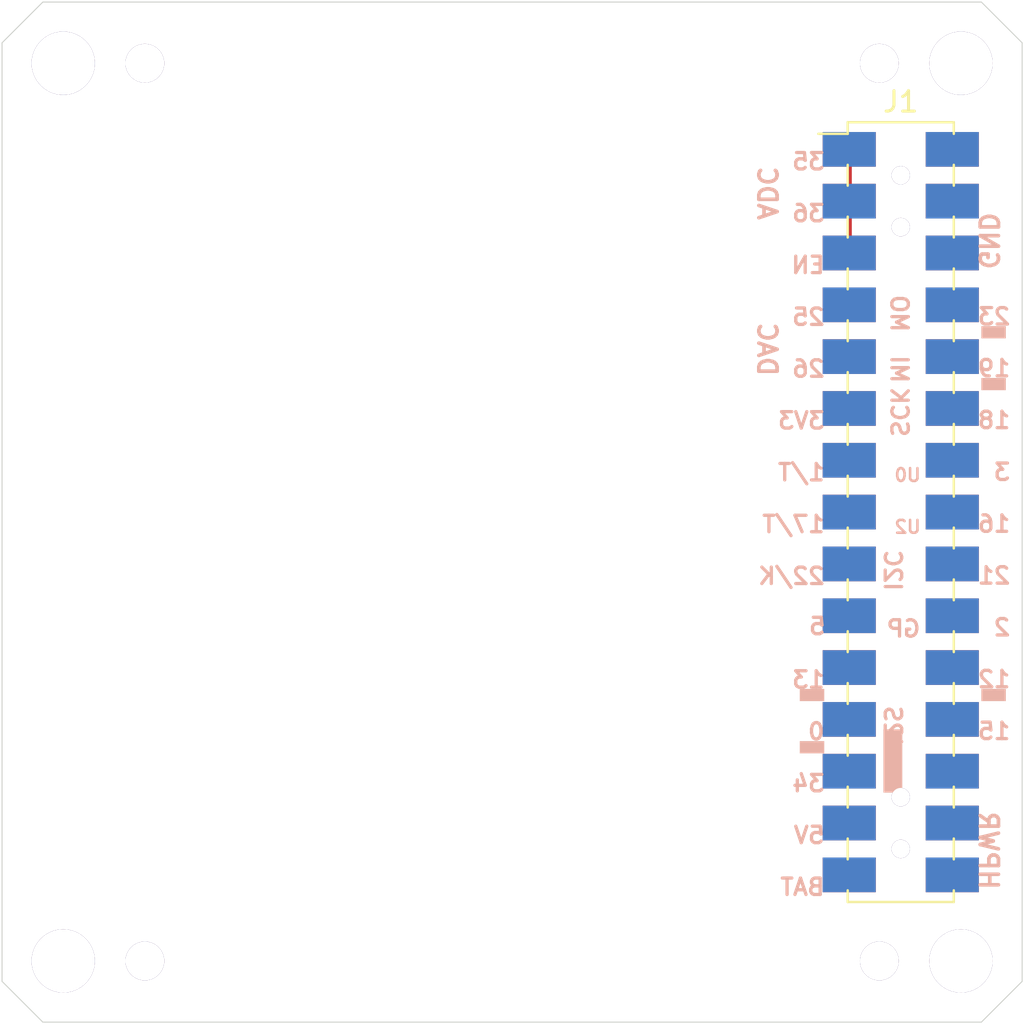
<source format=kicad_pcb>
(kicad_pcb (version 20171130) (host pcbnew "(5.1.9)-1")

  (general
    (thickness 1.6)
    (drawings 70)
    (tracks 2)
    (zones 0)
    (modules 13)
    (nets 29)
  )

  (page USLetter portrait)
  (layers
    (0 F.Cu signal)
    (31 B.Cu signal)
    (32 B.Adhes user hide)
    (33 F.Adhes user)
    (34 B.Paste user hide)
    (35 F.Paste user hide)
    (36 B.SilkS user hide)
    (37 F.SilkS user)
    (38 B.Mask user hide)
    (39 F.Mask user hide)
    (40 Dwgs.User user hide)
    (41 Cmts.User user hide)
    (42 Eco1.User user hide)
    (43 Eco2.User user hide)
    (44 Edge.Cuts user)
    (45 Margin user)
    (46 B.CrtYd user hide)
    (47 F.CrtYd user hide)
    (48 B.Fab user hide)
    (49 F.Fab user hide)
  )

  (setup
    (last_trace_width 0.25)
    (trace_clearance 0.127)
    (zone_clearance 0.0144)
    (zone_45_only no)
    (trace_min 0.254)
    (via_size 0.889)
    (via_drill 0.635)
    (via_min_size 0.889)
    (via_min_drill 0.508)
    (uvia_size 0.508)
    (uvia_drill 0.127)
    (uvias_allowed no)
    (uvia_min_size 0.508)
    (uvia_min_drill 0.127)
    (edge_width 0.1)
    (segment_width 0.2)
    (pcb_text_width 0.3)
    (pcb_text_size 1.5 1.5)
    (mod_edge_width 0.15)
    (mod_text_size 1 1)
    (mod_text_width 0.15)
    (pad_size 1.5 1.5)
    (pad_drill 0.6)
    (pad_to_mask_clearance 0.1)
    (aux_axis_origin 0 0)
    (visible_elements 7FFFFF7F)
    (pcbplotparams
      (layerselection 0x00030_ffffffff)
      (usegerberextensions false)
      (usegerberattributes true)
      (usegerberadvancedattributes true)
      (creategerberjobfile true)
      (excludeedgelayer true)
      (linewidth 0.100000)
      (plotframeref false)
      (viasonmask false)
      (mode 1)
      (useauxorigin false)
      (hpglpennumber 1)
      (hpglpenspeed 20)
      (hpglpendiameter 15.000000)
      (psnegative false)
      (psa4output false)
      (plotreference true)
      (plotvalue true)
      (plotinvisibletext false)
      (padsonsilk false)
      (subtractmaskfromsilk false)
      (outputformat 1)
      (mirror false)
      (drillshape 0)
      (scaleselection 1)
      (outputdirectory "GerberOutput/"))
  )

  (net 0 "")
  (net 1 GND)
  (net 2 "Net-(J1-Pad2)")
  (net 3 "Net-(J1-Pad4)")
  (net 4 "Net-(J1-Pad8)")
  (net 5 "Net-(J1-Pad7)")
  (net 6 "Net-(J1-Pad6)")
  (net 7 "Net-(J1-Pad14)")
  (net 8 "Net-(J1-Pad13)")
  (net 9 "Net-(J1-Pad16)")
  (net 10 "Net-(J1-Pad15)")
  (net 11 +3V3)
  (net 12 "Net-(J1-Pad11)")
  (net 13 "Net-(J1-Pad10)")
  (net 14 "Net-(J1-Pad9)")
  (net 15 "Net-(J1-Pad26)")
  (net 16 "Net-(J1-Pad25)")
  (net 17 "Net-(J1-Pad27)")
  (net 18 "Net-(J1-Pad22)")
  (net 19 "Net-(J1-Pad30)")
  (net 20 "Net-(J1-Pad21)")
  (net 21 "Net-(J1-Pad24)")
  (net 22 +5V)
  (net 23 "Net-(J1-Pad29)")
  (net 24 "Net-(J1-Pad23)")
  (net 25 "Net-(J1-Pad20)")
  (net 26 "Net-(J1-Pad19)")
  (net 27 "Net-(J1-Pad18)")
  (net 28 "Net-(J1-Pad17)")

  (net_class Default "This is the default net class."
    (clearance 0.127)
    (trace_width 0.25)
    (via_dia 0.889)
    (via_drill 0.635)
    (uvia_dia 0.508)
    (uvia_drill 0.127)
    (add_net +3V3)
    (add_net +5V)
    (add_net GND)
    (add_net "Net-(J1-Pad10)")
    (add_net "Net-(J1-Pad11)")
    (add_net "Net-(J1-Pad13)")
    (add_net "Net-(J1-Pad14)")
    (add_net "Net-(J1-Pad15)")
    (add_net "Net-(J1-Pad16)")
    (add_net "Net-(J1-Pad17)")
    (add_net "Net-(J1-Pad18)")
    (add_net "Net-(J1-Pad19)")
    (add_net "Net-(J1-Pad2)")
    (add_net "Net-(J1-Pad20)")
    (add_net "Net-(J1-Pad21)")
    (add_net "Net-(J1-Pad22)")
    (add_net "Net-(J1-Pad23)")
    (add_net "Net-(J1-Pad24)")
    (add_net "Net-(J1-Pad25)")
    (add_net "Net-(J1-Pad26)")
    (add_net "Net-(J1-Pad27)")
    (add_net "Net-(J1-Pad29)")
    (add_net "Net-(J1-Pad30)")
    (add_net "Net-(J1-Pad4)")
    (add_net "Net-(J1-Pad6)")
    (add_net "Net-(J1-Pad7)")
    (add_net "Net-(J1-Pad8)")
    (add_net "Net-(J1-Pad9)")
  )

  (module FreePad26 (layer F.Cu) (tedit 0) (tstamp 0)
    (at 61.052 58.512)
    (fp_text reference "" (at 0 0) (layer F.SilkS)
      (effects (font (size 1.27 1.27) (thickness 0.15)))
    )
    (fp_text value "" (at 0 0) (layer F.SilkS)
      (effects (font (size 1.27 1.27) (thickness 0.15)))
    )
    (pad 0 thru_hole circle (at 0 0 180) (size 0.9 0.9) (drill 0.9) (layers *.Cu *.Mask)
      (solder_mask_margin 0.102) (zone_connect 1))
  )

  (module FreePad27 (layer F.Cu) (tedit 0) (tstamp 0)
    (at 61.052 55.972)
    (fp_text reference "" (at 0 0) (layer F.SilkS)
      (effects (font (size 1.27 1.27) (thickness 0.15)))
    )
    (fp_text value "" (at 0 0) (layer F.SilkS)
      (effects (font (size 1.27 1.27) (thickness 0.15)))
    )
    (pad 0 thru_hole circle (at 0 0 180) (size 0.9 0.9) (drill 0.9) (layers *.Cu *.Mask)
      (solder_mask_margin 0.102) (zone_connect 1))
  )

  (module FreePad28 (layer F.Cu) (tedit 0) (tstamp 0)
    (at 20.002 20.002)
    (fp_text reference "" (at 0 0) (layer F.SilkS)
      (effects (font (size 1.27 1.27) (thickness 0.15)))
    )
    (fp_text value "" (at 0 0) (layer F.SilkS)
      (effects (font (size 1.27 1.27) (thickness 0.15)))
    )
    (pad 0 thru_hole circle (at 0 0 180) (size 3.1 3.1) (drill 3.1) (layers *.Cu *.Mask)
      (solder_mask_margin 0.102) (zone_connect 1))
  )

  (module FreePad29 (layer F.Cu) (tedit 0) (tstamp 0)
    (at 24.002 20.002)
    (fp_text reference "" (at 0 0) (layer F.SilkS)
      (effects (font (size 1.27 1.27) (thickness 0.15)))
    )
    (fp_text value "" (at 0 0) (layer F.SilkS)
      (effects (font (size 1.27 1.27) (thickness 0.15)))
    )
    (pad 0 thru_hole circle (at 0 0 180) (size 1.9 1.9) (drill 1.9) (layers *.Cu *.Mask)
      (solder_mask_margin 0.102) (zone_connect 1))
  )

  (module FreePad30 (layer F.Cu) (tedit 0) (tstamp 601A8E92)
    (at 64.002 20.002)
    (fp_text reference "" (at 0 0) (layer F.SilkS)
      (effects (font (size 1.27 1.27) (thickness 0.15)))
    )
    (fp_text value "" (at 0 0) (layer F.SilkS)
      (effects (font (size 1.27 1.27) (thickness 0.15)))
    )
    (pad 0 thru_hole circle (at 0 0) (size 3.1 3.1) (drill 3.1) (layers *.Cu *.Mask)
      (solder_mask_margin 0.102) (zone_connect 1))
  )

  (module FreePad31 (layer F.Cu) (tedit 0) (tstamp 0)
    (at 60.002 20.002)
    (fp_text reference "" (at 0 0) (layer F.SilkS)
      (effects (font (size 1.27 1.27) (thickness 0.15)))
    )
    (fp_text value "" (at 0 0) (layer F.SilkS)
      (effects (font (size 1.27 1.27) (thickness 0.15)))
    )
    (pad 0 thru_hole circle (at 0 0) (size 1.9 1.9) (drill 1.9) (layers *.Cu *.Mask)
      (solder_mask_margin 0.102) (zone_connect 1))
  )

  (module FreePad32 (layer F.Cu) (tedit 0) (tstamp 0)
    (at 64.002 64.002)
    (fp_text reference "" (at 0 0) (layer F.SilkS)
      (effects (font (size 1.27 1.27) (thickness 0.15)))
    )
    (fp_text value "" (at 0 0) (layer F.SilkS)
      (effects (font (size 1.27 1.27) (thickness 0.15)))
    )
    (pad 0 thru_hole circle (at 0 0) (size 3.1 3.1) (drill 3.1) (layers *.Cu *.Mask)
      (solder_mask_margin 0.102) (zone_connect 1))
  )

  (module FreePad33 (layer F.Cu) (tedit 0) (tstamp 0)
    (at 60.002 64.002)
    (fp_text reference "" (at 0 0) (layer F.SilkS)
      (effects (font (size 1.27 1.27) (thickness 0.15)))
    )
    (fp_text value "" (at 0 0) (layer F.SilkS)
      (effects (font (size 1.27 1.27) (thickness 0.15)))
    )
    (pad 0 thru_hole circle (at 0 0) (size 1.9 1.9) (drill 1.9) (layers *.Cu *.Mask)
      (solder_mask_margin 0.102) (zone_connect 1))
  )

  (module FreePad34 (layer F.Cu) (tedit 0) (tstamp 0)
    (at 24.002 64.002)
    (fp_text reference "" (at 0 0) (layer F.SilkS)
      (effects (font (size 1.27 1.27) (thickness 0.15)))
    )
    (fp_text value "" (at 0 0) (layer F.SilkS)
      (effects (font (size 1.27 1.27) (thickness 0.15)))
    )
    (pad 0 thru_hole circle (at 0 0 180) (size 1.9 1.9) (drill 1.9) (layers *.Cu *.Mask)
      (solder_mask_margin 0.102) (zone_connect 1))
  )

  (module FreePad35 (layer F.Cu) (tedit 0) (tstamp 0)
    (at 20.002 64.002)
    (fp_text reference "" (at 0 0) (layer F.SilkS)
      (effects (font (size 1.27 1.27) (thickness 0.15)))
    )
    (fp_text value "" (at 0 0) (layer F.SilkS)
      (effects (font (size 1.27 1.27) (thickness 0.15)))
    )
    (pad 0 thru_hole circle (at 0 0 180) (size 3.1 3.1) (drill 3.1) (layers *.Cu *.Mask)
      (solder_mask_margin 0.102) (zone_connect 1))
  )

  (module FreePad37 (layer F.Cu) (tedit 0) (tstamp 0)
    (at 61.052 28.032)
    (fp_text reference "" (at 0 0) (layer F.SilkS)
      (effects (font (size 1.27 1.27) (thickness 0.15)))
    )
    (fp_text value "" (at 0 0) (layer F.SilkS)
      (effects (font (size 1.27 1.27) (thickness 0.15)))
    )
    (pad 0 thru_hole circle (at 0 0 180) (size 0.9 0.9) (drill 0.9) (layers *.Cu *.Mask)
      (solder_mask_margin 0.102) (zone_connect 1))
  )

  (module FreePad38 (layer F.Cu) (tedit 0) (tstamp 0)
    (at 61.052 25.492)
    (fp_text reference "" (at 0 0) (layer F.SilkS)
      (effects (font (size 1.27 1.27) (thickness 0.15)))
    )
    (fp_text value "" (at 0 0) (layer F.SilkS)
      (effects (font (size 1.27 1.27) (thickness 0.15)))
    )
    (pad 0 thru_hole circle (at 0 0 180) (size 0.9 0.9) (drill 0.9) (layers *.Cu *.Mask)
      (solder_mask_margin 0.102) (zone_connect 1))
  )

  (module M5Stack-Module-Template:M5Stack_PinHeader_2x15_P2.54mm (layer F.Cu) (tedit 60199C94) (tstamp 601A91C6)
    (at 61.052 42.002)
    (descr "surface-mounted straight pin header, 2x15, 2.54mm pitch, double rows")
    (tags "Surface mounted pin header SMD 2x15 2.54mm double row")
    (path /60196CD0)
    (attr smd)
    (fp_text reference J1 (at 0 -20.11) (layer F.SilkS)
      (effects (font (size 1 1) (thickness 0.15)))
    )
    (fp_text value Conn_02x15_Odd_Even (at 0 20.11) (layer F.Fab)
      (effects (font (size 1 1) (thickness 0.15)))
    )
    (fp_line (start 5.9 -19.6) (end -5.9 -19.6) (layer F.CrtYd) (width 0.05))
    (fp_line (start 5.9 19.6) (end 5.9 -19.6) (layer F.CrtYd) (width 0.05))
    (fp_line (start -5.9 19.6) (end 5.9 19.6) (layer F.CrtYd) (width 0.05))
    (fp_line (start -5.9 -19.6) (end -5.9 19.6) (layer F.CrtYd) (width 0.05))
    (fp_line (start 2.6 16) (end 2.6 17.02) (layer F.SilkS) (width 0.12))
    (fp_line (start -2.6 16) (end -2.6 17.02) (layer F.SilkS) (width 0.12))
    (fp_line (start 2.6 13.46) (end 2.6 14.48) (layer F.SilkS) (width 0.12))
    (fp_line (start -2.6 13.46) (end -2.6 14.48) (layer F.SilkS) (width 0.12))
    (fp_line (start 2.6 10.92) (end 2.6 11.94) (layer F.SilkS) (width 0.12))
    (fp_line (start -2.6 10.92) (end -2.6 11.94) (layer F.SilkS) (width 0.12))
    (fp_line (start 2.6 8.38) (end 2.6 9.4) (layer F.SilkS) (width 0.12))
    (fp_line (start -2.6 8.38) (end -2.6 9.4) (layer F.SilkS) (width 0.12))
    (fp_line (start 2.6 5.84) (end 2.6 6.86) (layer F.SilkS) (width 0.12))
    (fp_line (start -2.6 5.84) (end -2.6 6.86) (layer F.SilkS) (width 0.12))
    (fp_line (start 2.6 3.3) (end 2.6 4.32) (layer F.SilkS) (width 0.12))
    (fp_line (start -2.6 3.3) (end -2.6 4.32) (layer F.SilkS) (width 0.12))
    (fp_line (start 2.6 0.76) (end 2.6 1.78) (layer F.SilkS) (width 0.12))
    (fp_line (start -2.6 0.76) (end -2.6 1.78) (layer F.SilkS) (width 0.12))
    (fp_line (start 2.6 -1.78) (end 2.6 -0.76) (layer F.SilkS) (width 0.12))
    (fp_line (start -2.6 -1.78) (end -2.6 -0.76) (layer F.SilkS) (width 0.12))
    (fp_line (start 2.6 -4.32) (end 2.6 -3.3) (layer F.SilkS) (width 0.12))
    (fp_line (start -2.6 -4.32) (end -2.6 -3.3) (layer F.SilkS) (width 0.12))
    (fp_line (start 2.6 -6.86) (end 2.6 -5.84) (layer F.SilkS) (width 0.12))
    (fp_line (start -2.6 -6.86) (end -2.6 -5.84) (layer F.SilkS) (width 0.12))
    (fp_line (start 2.6 -9.4) (end 2.6 -8.38) (layer F.SilkS) (width 0.12))
    (fp_line (start -2.6 -9.4) (end -2.6 -8.38) (layer F.SilkS) (width 0.12))
    (fp_line (start 2.6 -11.94) (end 2.6 -10.92) (layer F.SilkS) (width 0.12))
    (fp_line (start -2.6 -11.94) (end -2.6 -10.92) (layer F.SilkS) (width 0.12))
    (fp_line (start 2.6 -14.48) (end 2.6 -13.46) (layer F.SilkS) (width 0.12))
    (fp_line (start -2.6 -14.48) (end -2.6 -13.46) (layer F.SilkS) (width 0.12))
    (fp_line (start 2.6 -17.02) (end 2.6 -16) (layer F.SilkS) (width 0.12))
    (fp_line (start -2.6 -17.02) (end -2.6 -16) (layer F.SilkS) (width 0.12))
    (fp_line (start 2.6 18.54) (end 2.6 19.11) (layer F.SilkS) (width 0.12))
    (fp_line (start -2.6 18.54) (end -2.6 19.11) (layer F.SilkS) (width 0.12))
    (fp_line (start 2.6 -19.11) (end 2.6 -18.54) (layer F.SilkS) (width 0.12))
    (fp_line (start -2.6 -19.11) (end -2.6 -18.54) (layer F.SilkS) (width 0.12))
    (fp_line (start -4.04 -18.54) (end -2.6 -18.54) (layer F.SilkS) (width 0.12))
    (fp_line (start -2.6 19.11) (end 2.6 19.11) (layer F.SilkS) (width 0.12))
    (fp_line (start -2.6 -19.11) (end 2.6 -19.11) (layer F.SilkS) (width 0.12))
    (fp_line (start 3.6 18.1) (end 2.54 18.1) (layer F.Fab) (width 0.1))
    (fp_line (start 3.6 17.46) (end 3.6 18.1) (layer F.Fab) (width 0.1))
    (fp_line (start 2.54 17.46) (end 3.6 17.46) (layer F.Fab) (width 0.1))
    (fp_line (start -3.6 18.1) (end -2.54 18.1) (layer F.Fab) (width 0.1))
    (fp_line (start -3.6 17.46) (end -3.6 18.1) (layer F.Fab) (width 0.1))
    (fp_line (start -2.54 17.46) (end -3.6 17.46) (layer F.Fab) (width 0.1))
    (fp_line (start 3.6 15.56) (end 2.54 15.56) (layer F.Fab) (width 0.1))
    (fp_line (start 3.6 14.92) (end 3.6 15.56) (layer F.Fab) (width 0.1))
    (fp_line (start 2.54 14.92) (end 3.6 14.92) (layer F.Fab) (width 0.1))
    (fp_line (start -3.6 15.56) (end -2.54 15.56) (layer F.Fab) (width 0.1))
    (fp_line (start -3.6 14.92) (end -3.6 15.56) (layer F.Fab) (width 0.1))
    (fp_line (start -2.54 14.92) (end -3.6 14.92) (layer F.Fab) (width 0.1))
    (fp_line (start 3.6 13.02) (end 2.54 13.02) (layer F.Fab) (width 0.1))
    (fp_line (start 3.6 12.38) (end 3.6 13.02) (layer F.Fab) (width 0.1))
    (fp_line (start 2.54 12.38) (end 3.6 12.38) (layer F.Fab) (width 0.1))
    (fp_line (start -3.6 13.02) (end -2.54 13.02) (layer F.Fab) (width 0.1))
    (fp_line (start -3.6 12.38) (end -3.6 13.02) (layer F.Fab) (width 0.1))
    (fp_line (start -2.54 12.38) (end -3.6 12.38) (layer F.Fab) (width 0.1))
    (fp_line (start 3.6 10.48) (end 2.54 10.48) (layer F.Fab) (width 0.1))
    (fp_line (start 3.6 9.84) (end 3.6 10.48) (layer F.Fab) (width 0.1))
    (fp_line (start 2.54 9.84) (end 3.6 9.84) (layer F.Fab) (width 0.1))
    (fp_line (start -3.6 10.48) (end -2.54 10.48) (layer F.Fab) (width 0.1))
    (fp_line (start -3.6 9.84) (end -3.6 10.48) (layer F.Fab) (width 0.1))
    (fp_line (start -2.54 9.84) (end -3.6 9.84) (layer F.Fab) (width 0.1))
    (fp_line (start 3.6 7.94) (end 2.54 7.94) (layer F.Fab) (width 0.1))
    (fp_line (start 3.6 7.3) (end 3.6 7.94) (layer F.Fab) (width 0.1))
    (fp_line (start 2.54 7.3) (end 3.6 7.3) (layer F.Fab) (width 0.1))
    (fp_line (start -3.6 7.94) (end -2.54 7.94) (layer F.Fab) (width 0.1))
    (fp_line (start -3.6 7.3) (end -3.6 7.94) (layer F.Fab) (width 0.1))
    (fp_line (start -2.54 7.3) (end -3.6 7.3) (layer F.Fab) (width 0.1))
    (fp_line (start 3.6 5.4) (end 2.54 5.4) (layer F.Fab) (width 0.1))
    (fp_line (start 3.6 4.76) (end 3.6 5.4) (layer F.Fab) (width 0.1))
    (fp_line (start 2.54 4.76) (end 3.6 4.76) (layer F.Fab) (width 0.1))
    (fp_line (start -3.6 5.4) (end -2.54 5.4) (layer F.Fab) (width 0.1))
    (fp_line (start -3.6 4.76) (end -3.6 5.4) (layer F.Fab) (width 0.1))
    (fp_line (start -2.54 4.76) (end -3.6 4.76) (layer F.Fab) (width 0.1))
    (fp_line (start 3.6 2.86) (end 2.54 2.86) (layer F.Fab) (width 0.1))
    (fp_line (start 3.6 2.22) (end 3.6 2.86) (layer F.Fab) (width 0.1))
    (fp_line (start 2.54 2.22) (end 3.6 2.22) (layer F.Fab) (width 0.1))
    (fp_line (start -3.6 2.86) (end -2.54 2.86) (layer F.Fab) (width 0.1))
    (fp_line (start -3.6 2.22) (end -3.6 2.86) (layer F.Fab) (width 0.1))
    (fp_line (start -2.54 2.22) (end -3.6 2.22) (layer F.Fab) (width 0.1))
    (fp_line (start 3.6 0.32) (end 2.54 0.32) (layer F.Fab) (width 0.1))
    (fp_line (start 3.6 -0.32) (end 3.6 0.32) (layer F.Fab) (width 0.1))
    (fp_line (start 2.54 -0.32) (end 3.6 -0.32) (layer F.Fab) (width 0.1))
    (fp_line (start -3.6 0.32) (end -2.54 0.32) (layer F.Fab) (width 0.1))
    (fp_line (start -3.6 -0.32) (end -3.6 0.32) (layer F.Fab) (width 0.1))
    (fp_line (start -2.54 -0.32) (end -3.6 -0.32) (layer F.Fab) (width 0.1))
    (fp_line (start 3.6 -2.22) (end 2.54 -2.22) (layer F.Fab) (width 0.1))
    (fp_line (start 3.6 -2.86) (end 3.6 -2.22) (layer F.Fab) (width 0.1))
    (fp_line (start 2.54 -2.86) (end 3.6 -2.86) (layer F.Fab) (width 0.1))
    (fp_line (start -3.6 -2.22) (end -2.54 -2.22) (layer F.Fab) (width 0.1))
    (fp_line (start -3.6 -2.86) (end -3.6 -2.22) (layer F.Fab) (width 0.1))
    (fp_line (start -2.54 -2.86) (end -3.6 -2.86) (layer F.Fab) (width 0.1))
    (fp_line (start 3.6 -4.76) (end 2.54 -4.76) (layer F.Fab) (width 0.1))
    (fp_line (start 3.6 -5.4) (end 3.6 -4.76) (layer F.Fab) (width 0.1))
    (fp_line (start 2.54 -5.4) (end 3.6 -5.4) (layer F.Fab) (width 0.1))
    (fp_line (start -3.6 -4.76) (end -2.54 -4.76) (layer F.Fab) (width 0.1))
    (fp_line (start -3.6 -5.4) (end -3.6 -4.76) (layer F.Fab) (width 0.1))
    (fp_line (start -2.54 -5.4) (end -3.6 -5.4) (layer F.Fab) (width 0.1))
    (fp_line (start 3.6 -7.3) (end 2.54 -7.3) (layer F.Fab) (width 0.1))
    (fp_line (start 3.6 -7.94) (end 3.6 -7.3) (layer F.Fab) (width 0.1))
    (fp_line (start 2.54 -7.94) (end 3.6 -7.94) (layer F.Fab) (width 0.1))
    (fp_line (start -3.6 -7.3) (end -2.54 -7.3) (layer F.Fab) (width 0.1))
    (fp_line (start -3.6 -7.94) (end -3.6 -7.3) (layer F.Fab) (width 0.1))
    (fp_line (start -2.54 -7.94) (end -3.6 -7.94) (layer F.Fab) (width 0.1))
    (fp_line (start 3.6 -9.84) (end 2.54 -9.84) (layer F.Fab) (width 0.1))
    (fp_line (start 3.6 -10.48) (end 3.6 -9.84) (layer F.Fab) (width 0.1))
    (fp_line (start 2.54 -10.48) (end 3.6 -10.48) (layer F.Fab) (width 0.1))
    (fp_line (start -3.6 -9.84) (end -2.54 -9.84) (layer F.Fab) (width 0.1))
    (fp_line (start -3.6 -10.48) (end -3.6 -9.84) (layer F.Fab) (width 0.1))
    (fp_line (start -2.54 -10.48) (end -3.6 -10.48) (layer F.Fab) (width 0.1))
    (fp_line (start 3.6 -12.38) (end 2.54 -12.38) (layer F.Fab) (width 0.1))
    (fp_line (start 3.6 -13.02) (end 3.6 -12.38) (layer F.Fab) (width 0.1))
    (fp_line (start 2.54 -13.02) (end 3.6 -13.02) (layer F.Fab) (width 0.1))
    (fp_line (start -3.6 -12.38) (end -2.54 -12.38) (layer F.Fab) (width 0.1))
    (fp_line (start -3.6 -13.02) (end -3.6 -12.38) (layer F.Fab) (width 0.1))
    (fp_line (start -2.54 -13.02) (end -3.6 -13.02) (layer F.Fab) (width 0.1))
    (fp_line (start 3.6 -14.92) (end 2.54 -14.92) (layer F.Fab) (width 0.1))
    (fp_line (start 3.6 -15.56) (end 3.6 -14.92) (layer F.Fab) (width 0.1))
    (fp_line (start 2.54 -15.56) (end 3.6 -15.56) (layer F.Fab) (width 0.1))
    (fp_line (start -3.6 -14.92) (end -2.54 -14.92) (layer F.Fab) (width 0.1))
    (fp_line (start -3.6 -15.56) (end -3.6 -14.92) (layer F.Fab) (width 0.1))
    (fp_line (start -2.54 -15.56) (end -3.6 -15.56) (layer F.Fab) (width 0.1))
    (fp_line (start 3.6 -17.46) (end 2.54 -17.46) (layer F.Fab) (width 0.1))
    (fp_line (start 3.6 -18.1) (end 3.6 -17.46) (layer F.Fab) (width 0.1))
    (fp_line (start 2.54 -18.1) (end 3.6 -18.1) (layer F.Fab) (width 0.1))
    (fp_line (start -3.6 -17.46) (end -2.54 -17.46) (layer F.Fab) (width 0.1))
    (fp_line (start -3.6 -18.1) (end -3.6 -17.46) (layer F.Fab) (width 0.1))
    (fp_line (start -2.54 -18.1) (end -3.6 -18.1) (layer F.Fab) (width 0.1))
    (fp_line (start 2.54 -19.05) (end 2.54 19.05) (layer F.Fab) (width 0.1))
    (fp_line (start -2.54 -18.1) (end -1.59 -19.05) (layer F.Fab) (width 0.1))
    (fp_line (start -2.54 19.05) (end -2.54 -18.1) (layer F.Fab) (width 0.1))
    (fp_line (start -1.59 -19.05) (end 2.54 -19.05) (layer F.Fab) (width 0.1))
    (fp_line (start 2.54 19.05) (end -2.54 19.05) (layer F.Fab) (width 0.1))
    (pad 1 smd rect (at -2.525 -17.78) (size 2.6 1.7) (layers F.Cu F.Paste F.Mask)
      (net 1 GND))
    (pad 1 smd rect (at -2.525 -17.78) (size 2.6 1.7) (layers B.Cu B.Paste B.Mask)
      (net 1 GND))
    (pad 2 smd rect (at 2.525 -17.78) (size 2.6 1.7) (layers B.Cu B.Paste B.Mask)
      (net 2 "Net-(J1-Pad2)"))
    (pad 2 smd rect (at 2.525 -17.78) (size 2.6 1.7) (layers F.Cu F.Paste F.Mask)
      (net 2 "Net-(J1-Pad2)"))
    (pad 3 smd rect (at -2.525 -15.24) (size 2.6 1.7) (layers F.Cu F.Paste F.Mask)
      (net 1 GND))
    (pad 3 smd rect (at -2.525 -15.24) (size 2.6 1.7) (layers B.Cu B.Paste B.Mask)
      (net 1 GND))
    (pad 4 smd rect (at 2.525 -15.24) (size 2.6 1.7) (layers B.Cu B.Paste B.Mask)
      (net 3 "Net-(J1-Pad4)"))
    (pad 4 smd rect (at 2.525 -15.24) (size 2.6 1.7) (layers F.Cu F.Paste F.Mask)
      (net 3 "Net-(J1-Pad4)"))
    (pad 8 smd rect (at 2.525 -10.16) (size 2.6 1.7) (layers B.Cu B.Paste B.Mask)
      (net 4 "Net-(J1-Pad8)"))
    (pad 8 smd rect (at 2.525 -10.16) (size 2.6 1.7) (layers F.Cu F.Paste F.Mask)
      (net 4 "Net-(J1-Pad8)"))
    (pad 7 smd rect (at -2.525 -10.16) (size 2.6 1.7) (layers B.Cu B.Paste B.Mask)
      (net 5 "Net-(J1-Pad7)"))
    (pad 7 smd rect (at -2.525 -10.16) (size 2.6 1.7) (layers F.Cu F.Paste F.Mask)
      (net 5 "Net-(J1-Pad7)"))
    (pad 6 smd rect (at 2.525 -12.7) (size 2.6 1.7) (layers B.Cu B.Paste B.Mask)
      (net 6 "Net-(J1-Pad6)"))
    (pad 5 smd rect (at -2.525 -12.7) (size 2.6 1.7) (layers F.Cu F.Paste F.Mask)
      (net 1 GND))
    (pad 5 smd rect (at -2.525 -12.7) (size 2.6 1.7) (layers B.Cu B.Paste B.Mask)
      (net 1 GND))
    (pad 6 smd rect (at 2.525 -12.7) (size 2.6 1.7) (layers F.Cu F.Paste F.Mask)
      (net 6 "Net-(J1-Pad6)"))
    (pad 14 smd rect (at 2.525 -2.54) (size 2.6 1.7) (layers F.Cu F.Paste F.Mask)
      (net 7 "Net-(J1-Pad14)"))
    (pad 13 smd rect (at -2.525 -2.54) (size 2.6 1.7) (layers B.Cu B.Paste B.Mask)
      (net 8 "Net-(J1-Pad13)"))
    (pad 16 smd rect (at 2.525 0) (size 2.6 1.7) (layers B.Cu B.Paste B.Mask)
      (net 9 "Net-(J1-Pad16)"))
    (pad 15 smd rect (at -2.525 0) (size 2.6 1.7) (layers F.Cu F.Paste F.Mask)
      (net 10 "Net-(J1-Pad15)"))
    (pad 16 smd rect (at 2.525 0) (size 2.6 1.7) (layers F.Cu F.Paste F.Mask)
      (net 9 "Net-(J1-Pad16)"))
    (pad 15 smd rect (at -2.525 0) (size 2.6 1.7) (layers B.Cu B.Paste B.Mask)
      (net 10 "Net-(J1-Pad15)"))
    (pad 13 smd rect (at -2.525 -2.54) (size 2.6 1.7) (layers F.Cu F.Paste F.Mask)
      (net 8 "Net-(J1-Pad13)"))
    (pad 14 smd rect (at 2.525 -2.54) (size 2.6 1.7) (layers B.Cu B.Paste B.Mask)
      (net 7 "Net-(J1-Pad14)"))
    (pad 12 smd rect (at 2.525 -5.08) (size 2.6 1.7) (layers B.Cu B.Paste B.Mask)
      (net 11 +3V3))
    (pad 12 smd rect (at 2.525 -5.08) (size 2.6 1.7) (layers F.Cu F.Paste F.Mask)
      (net 11 +3V3))
    (pad 11 smd rect (at -2.525 -5.08) (size 2.6 1.7) (layers B.Cu B.Paste B.Mask)
      (net 12 "Net-(J1-Pad11)"))
    (pad 11 smd rect (at -2.525 -5.08) (size 2.6 1.7) (layers F.Cu F.Paste F.Mask)
      (net 12 "Net-(J1-Pad11)"))
    (pad 10 smd rect (at 2.525 -7.62) (size 2.6 1.7) (layers B.Cu B.Paste B.Mask)
      (net 13 "Net-(J1-Pad10)"))
    (pad 9 smd rect (at -2.525 -7.62) (size 2.6 1.7) (layers F.Cu F.Paste F.Mask)
      (net 14 "Net-(J1-Pad9)"))
    (pad 9 smd rect (at -2.525 -7.62) (size 2.6 1.7) (layers B.Cu B.Paste B.Mask)
      (net 14 "Net-(J1-Pad9)"))
    (pad 10 smd rect (at 2.525 -7.62) (size 2.6 1.7) (layers F.Cu F.Paste F.Mask)
      (net 13 "Net-(J1-Pad10)"))
    (pad 26 smd rect (at 2.525 12.7) (size 2.6 1.7) (layers B.Cu B.Paste B.Mask)
      (net 15 "Net-(J1-Pad26)"))
    (pad 25 smd rect (at -2.525 12.7) (size 2.6 1.7) (layers F.Cu F.Paste F.Mask)
      (net 16 "Net-(J1-Pad25)"))
    (pad 26 smd rect (at 2.525 12.7) (size 2.6 1.7) (layers F.Cu F.Paste F.Mask)
      (net 15 "Net-(J1-Pad26)"))
    (pad 27 smd rect (at -2.525 15.24) (size 2.6 1.7) (layers F.Cu F.Paste F.Mask)
      (net 17 "Net-(J1-Pad27)"))
    (pad 25 smd rect (at -2.525 12.7) (size 2.6 1.7) (layers B.Cu B.Paste B.Mask)
      (net 16 "Net-(J1-Pad25)"))
    (pad 22 smd rect (at 2.525 7.62) (size 2.6 1.7) (layers F.Cu F.Paste F.Mask)
      (net 18 "Net-(J1-Pad22)"))
    (pad 27 smd rect (at -2.525 15.24) (size 2.6 1.7) (layers B.Cu B.Paste B.Mask)
      (net 17 "Net-(J1-Pad27)"))
    (pad 30 smd rect (at 2.525 17.78) (size 2.6 1.7) (layers F.Cu F.Paste F.Mask)
      (net 19 "Net-(J1-Pad30)"))
    (pad 21 smd rect (at -2.525 7.62) (size 2.6 1.7) (layers B.Cu B.Paste B.Mask)
      (net 20 "Net-(J1-Pad21)"))
    (pad 24 smd rect (at 2.525 10.16) (size 2.6 1.7) (layers B.Cu B.Paste B.Mask)
      (net 21 "Net-(J1-Pad24)"))
    (pad 28 smd rect (at 2.525 15.24) (size 2.6 1.7) (layers F.Cu F.Paste F.Mask)
      (net 22 +5V))
    (pad 28 smd rect (at 2.525 15.24) (size 2.6 1.7) (layers B.Cu B.Paste B.Mask)
      (net 22 +5V))
    (pad 29 smd rect (at -2.525 17.78) (size 2.6 1.7) (layers F.Cu F.Paste F.Mask)
      (net 23 "Net-(J1-Pad29)"))
    (pad 23 smd rect (at -2.525 10.16) (size 2.6 1.7) (layers F.Cu F.Paste F.Mask)
      (net 24 "Net-(J1-Pad23)"))
    (pad 24 smd rect (at 2.525 10.16) (size 2.6 1.7) (layers F.Cu F.Paste F.Mask)
      (net 21 "Net-(J1-Pad24)"))
    (pad 30 smd rect (at 2.525 17.78) (size 2.6 1.7) (layers B.Cu B.Paste B.Mask)
      (net 19 "Net-(J1-Pad30)"))
    (pad 29 smd rect (at -2.525 17.78) (size 2.6 1.7) (layers B.Cu B.Paste B.Mask)
      (net 23 "Net-(J1-Pad29)"))
    (pad 23 smd rect (at -2.525 10.16) (size 2.6 1.7) (layers B.Cu B.Paste B.Mask)
      (net 24 "Net-(J1-Pad23)"))
    (pad 21 smd rect (at -2.525 7.62) (size 2.6 1.7) (layers F.Cu F.Paste F.Mask)
      (net 20 "Net-(J1-Pad21)"))
    (pad 22 smd rect (at 2.525 7.62) (size 2.6 1.7) (layers B.Cu B.Paste B.Mask)
      (net 18 "Net-(J1-Pad22)"))
    (pad 20 smd rect (at 2.525 5.08) (size 2.6 1.7) (layers B.Cu B.Paste B.Mask)
      (net 25 "Net-(J1-Pad20)"))
    (pad 20 smd rect (at 2.525 5.08) (size 2.6 1.7) (layers F.Cu F.Paste F.Mask)
      (net 25 "Net-(J1-Pad20)"))
    (pad 19 smd rect (at -2.525 5.08) (size 2.6 1.7) (layers B.Cu B.Paste B.Mask)
      (net 26 "Net-(J1-Pad19)"))
    (pad 19 smd rect (at -2.525 5.08) (size 2.6 1.7) (layers F.Cu F.Paste F.Mask)
      (net 26 "Net-(J1-Pad19)"))
    (pad 18 smd rect (at 2.525 2.54) (size 2.6 1.7) (layers B.Cu B.Paste B.Mask)
      (net 27 "Net-(J1-Pad18)"))
    (pad 17 smd rect (at -2.525 2.54) (size 2.6 1.7) (layers F.Cu F.Paste F.Mask)
      (net 28 "Net-(J1-Pad17)"))
    (pad 17 smd rect (at -2.525 2.54) (size 2.6 1.7) (layers B.Cu B.Paste B.Mask)
      (net 28 "Net-(J1-Pad17)"))
    (pad 18 smd rect (at 2.525 2.54) (size 2.6 1.7) (layers F.Cu F.Paste F.Mask)
      (net 27 "Net-(J1-Pad18)"))
    (model ${KISYS3DMOD}/Connector_PinHeader_2.54mm.3dshapes/PinHeader_2x15_P2.54mm_Vertical_SMD.wrl
      (at (xyz 0 0 0))
      (scale (xyz 1 1 1))
      (rotate (xyz 0 0 0))
    )
  )

  (gr_text 3 (at 66.502 40.039) (layer B.SilkS)
    (effects (font (size 0.805505 0.811607) (thickness 0.161101)) (justify left mirror))
  )
  (gr_text 16 (at 66.502 42.579) (layer B.SilkS)
    (effects (font (size 0.805505 0.811607) (thickness 0.161101)) (justify left mirror))
  )
  (gr_text 18 (at 66.502 37.499) (layer B.SilkS)
    (effects (font (size 0.805505 0.811607) (thickness 0.161101)) (justify left mirror))
  )
  (gr_text 23 (at 66.502 32.419) (layer B.SilkS)
    (effects (font (size 0.805505 0.811607) (thickness 0.161101)) (justify left mirror))
  )
  (gr_text 19 (at 66.502 34.959) (layer B.SilkS)
    (effects (font (size 0.805505 0.811607) (thickness 0.161101)) (justify left mirror))
  )
  (gr_poly (pts (xy 65.002 33.487) (xy 65.002 32.887) (xy 66.202 32.887) (xy 66.202 33.487)) (layer B.SilkS) (width 0))
  (gr_poly (pts (xy 65.002 36.027) (xy 65.002 35.427) (xy 66.202 35.427) (xy 66.202 36.027)) (layer B.SilkS) (width 0))
  (gr_text 12 (at 66.502 50.199) (layer B.SilkS)
    (effects (font (size 0.805505 0.811607) (thickness 0.161101)) (justify left mirror))
  )
  (gr_text 21 (at 66.502 45.119) (layer B.SilkS)
    (effects (font (size 0.805505 0.811607) (thickness 0.161101)) (justify left mirror))
  )
  (gr_text 2 (at 66.502 47.659) (layer B.SilkS)
    (effects (font (size 0.805505 0.811607) (thickness 0.161101)) (justify left mirror))
  )
  (gr_text 15 (at 66.502 52.739) (layer B.SilkS)
    (effects (font (size 0.805505 0.811607) (thickness 0.161101)) (justify left mirror))
  )
  (gr_poly (pts (xy 65.002 51.267) (xy 65.002 50.667) (xy 66.202 50.667) (xy 66.202 51.267)) (layer B.SilkS) (width 0))
  (gr_line (start 58.502 17.002) (end 65.002 17.002) (layer Margin) (width 0.2))
  (gr_line (start 65.002 17.002) (end 67.002 19.002) (layer Edge.Cuts) (width 0.05))
  (gr_line (start 67.002 19.002) (end 67.002 65.002) (layer Edge.Cuts) (width 0.05))
  (gr_line (start 67.002 65.002) (end 65.002 67.002) (layer Edge.Cuts) (width 0.05))
  (gr_line (start 65.002 67.002) (end 19.002 67.002) (layer Edge.Cuts) (width 0.05))
  (gr_line (start 19.002 67.002) (end 17.002 65.002) (layer Edge.Cuts) (width 0.05))
  (gr_line (start 17.002 65.002) (end 17.002 19.002) (layer Edge.Cuts) (width 0.05))
  (gr_line (start 17.002 19.002) (end 19.002 17.002) (layer Edge.Cuts) (width 0.05))
  (gr_line (start 19.002 17.002) (end 65.002 17.002) (layer Edge.Cuts) (width 0.05))
  (gr_line (start 23.802 67.002) (end 34.202 67.002) (layer Margin) (width 0.2))
  (gr_line (start 17.002 19.002) (end 19.002 17.002) (layer Margin) (width 0.2))
  (gr_line (start 65.002 17.002) (end 67.002 19.002) (layer Margin) (width 0.2))
  (gr_line (start 65.002 67.002) (end 67.002 65.002) (layer Margin) (width 0.2))
  (gr_line (start 67.002 65.002) (end 67.002 19.002) (layer Margin) (width 0.2))
  (gr_line (start 17.002 23.802) (end 17.002 19.002) (layer Margin) (width 0.2))
  (gr_line (start 19.002 67.002) (end 65.002 67.002) (layer Margin) (width 0.2))
  (gr_line (start 17.002 65.002) (end 17.002 23.802) (layer Margin) (width 0.2))
  (gr_line (start 17.002 65.002) (end 19.002 67.002) (layer Margin) (width 0.2))
  (gr_line (start 54.002 19.502) (end 58.002 19.502) (layer Margin) (width 0.2))
  (gr_line (start 58.002 19.502) (end 58.002 17.502) (layer Margin) (width 0.2))
  (gr_line (start 58.002 17.502) (end 58.502 17.002) (layer Margin) (width 0.2))
  (gr_line (start 54.002 19.502) (end 54.002 17.502) (layer Margin) (width 0.2))
  (gr_line (start 53.502 17.002) (end 54.002 17.502) (layer Margin) (width 0.2))
  (gr_line (start 19.002 17.002) (end 53.502 17.002) (layer Margin) (width 0.2))
  (gr_arc (start -22 -22) (end -20.45 -22) (angle -360) (layer Dwgs.User) (width 0.2))
  (gr_arc (start 22 -22) (end 23.55 -22) (angle -360) (layer Dwgs.User) (width 0.2))
  (gr_arc (start -22 22) (end -20.45 22) (angle -360) (layer Dwgs.User) (width 0.2))
  (gr_arc (start 22 22) (end 23.55 22) (angle -360) (layer Dwgs.User) (width 0.2))
  (gr_text U2 (at 62.102 42.729) (layer B.SilkS)
    (effects (font (size 0.626504 0.63125) (thickness 0.125301)) (justify left mirror))
  )
  (gr_text ADC (at 54.5 27.777 270) (layer B.SilkS)
    (effects (font (size 0.895006 0.901786) (thickness 0.179001)) (justify left mirror))
  )
  (gr_text DAC (at 54.5 35.427 270) (layer B.SilkS)
    (effects (font (size 0.895006 0.901786) (thickness 0.179001)) (justify left mirror))
  )
  (gr_text I2S (at 60.655 53.552 270) (layer B.SilkS)
    (effects (font (size 0.805505 0.811607) (thickness 0.161101)) (justify left mirror))
  )
  (gr_text GP (at 62.102 47.719) (layer B.SilkS)
    (effects (font (size 0.805505 0.811607) (thickness 0.161101)) (justify left mirror))
  )
  (gr_text U0 (at 62.102 40.189) (layer B.SilkS)
    (effects (font (size 0.626504 0.63125) (thickness 0.125301)) (justify left mirror))
  )
  (gr_text 35 (at 57.402 24.819) (layer B.SilkS)
    (effects (font (size 0.805505 0.811607) (thickness 0.161101)) (justify left mirror))
  )
  (gr_text 36 (at 57.402 27.359) (layer B.SilkS)
    (effects (font (size 0.805505 0.811607) (thickness 0.161101)) (justify left mirror))
  )
  (gr_text EN (at 57.402 29.899) (layer B.SilkS)
    (effects (font (size 0.805505 0.811607) (thickness 0.161101)) (justify left mirror))
  )
  (gr_text 25 (at 57.402 32.439) (layer B.SilkS)
    (effects (font (size 0.805505 0.811607) (thickness 0.161101)) (justify left mirror))
  )
  (gr_text GND (at 65.35 30.202 270) (layer B.SilkS)
    (effects (font (size 0.895006 0.901786) (thickness 0.179001)) (justify left mirror))
  )
  (gr_text HPWR (at 65.35 60.602 270) (layer B.SilkS)
    (effects (font (size 0.895006 0.901786) (thickness 0.179001)) (justify left mirror))
  )
  (gr_text 34 (at 57.402 55.299) (layer B.SilkS)
    (effects (font (size 0.805505 0.811607) (thickness 0.161101)) (justify left mirror))
  )
  (gr_text 0 (at 57.402 52.759) (layer B.SilkS)
    (effects (font (size 0.805505 0.811607) (thickness 0.161101)) (justify left mirror))
  )
  (gr_text 13 (at 57.402 50.219) (layer B.SilkS)
    (effects (font (size 0.805505 0.811607) (thickness 0.161101)) (justify left mirror))
  )
  (gr_text 5 (at 57.452 47.599) (layer B.SilkS)
    (effects (font (size 0.805505 0.811607) (thickness 0.161101)) (justify left mirror))
  )
  (gr_text 22/K (at 57.402 45.139) (layer B.SilkS)
    (effects (font (size 0.805505 0.811607) (thickness 0.161101)) (justify left mirror))
  )
  (gr_text 17/T (at 57.402 42.599) (layer B.SilkS)
    (effects (font (size 0.805505 0.811607) (thickness 0.161101)) (justify left mirror))
  )
  (gr_text 1/T (at 57.402 40.059) (layer B.SilkS)
    (effects (font (size 0.805505 0.811607) (thickness 0.161101)) (justify left mirror))
  )
  (gr_text 3V3 (at 57.402 37.519) (layer B.SilkS)
    (effects (font (size 0.805505 0.811607) (thickness 0.161101)) (justify left mirror))
  )
  (gr_text 26 (at 57.402 34.979) (layer B.SilkS)
    (effects (font (size 0.805505 0.811607) (thickness 0.161101)) (justify left mirror))
  )
  (gr_text 5V (at 57.402 57.839) (layer B.SilkS)
    (effects (font (size 0.805505 0.811607) (thickness 0.161101)) (justify left mirror))
  )
  (gr_text BAT (at 57.402 60.379) (layer B.SilkS)
    (effects (font (size 0.805505 0.811607) (thickness 0.161101)) (justify left mirror))
  )
  (gr_text I2C (at 60.655 45.952 270) (layer B.SilkS)
    (effects (font (size 0.805505 0.811607) (thickness 0.161101)) (justify left mirror))
  )
  (gr_text MO (at 60.98 33.262 270) (layer B.SilkS)
    (effects (font (size 0.805505 0.811607) (thickness 0.161101)) (justify left mirror))
  )
  (gr_text MI (at 60.98 35.762 270) (layer B.SilkS)
    (effects (font (size 0.805505 0.811607) (thickness 0.161101)) (justify left mirror))
  )
  (gr_text SCK (at 60.98 38.402 270) (layer B.SilkS)
    (effects (font (size 0.805505 0.811607) (thickness 0.161101)) (justify left mirror))
  )
  (gr_poly (pts (xy 56.102 53.827) (xy 56.102 53.227) (xy 57.302 53.227) (xy 57.302 53.827)) (layer B.SilkS) (width 0))
  (gr_poly (pts (xy 56.102 51.267) (xy 56.102 50.667) (xy 57.302 50.667) (xy 57.302 51.267)) (layer B.SilkS) (width 0))
  (gr_poly (pts (xy 60.202 55.752) (xy 60.202 52.652) (xy 61.127 52.652) (xy 61.127 55.752)) (layer B.SilkS) (width 0))

  (segment (start 58.527 24.222) (end 58.527 26.762) (width 0.25) (layer F.Cu) (net 1))
  (segment (start 58.527 26.762) (end 58.527 29.302) (width 0.25) (layer F.Cu) (net 1))

)

</source>
